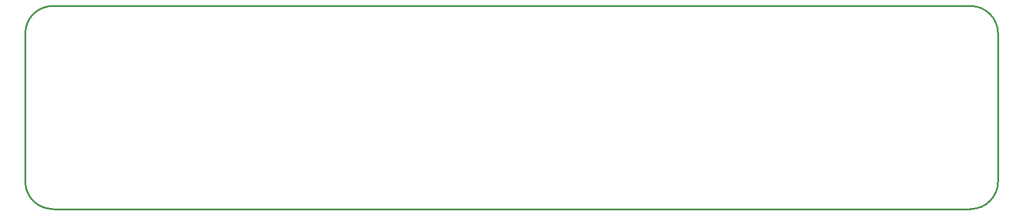
<source format=gko>
G04 Layer: BoardOutlineLayer*
G04 EasyEDA v6.5.34, 2023-08-17 23:02:58*
G04 80a5892e81db4367b3f60eb2337eeb35,8ef1d5b344d144c2b0b16805c6f0e890,10*
G04 Gerber Generator version 0.2*
G04 Scale: 100 percent, Rotated: No, Reflected: No *
G04 Dimensions in millimeters *
G04 leading zeros omitted , absolute positions ,4 integer and 5 decimal *
%FSLAX45Y45*%
%MOMM*%

%ADD10C,0.2540*%
D10*
X399999Y0D02*
G01*
X13730000Y0D01*
X0Y-2549999D02*
G01*
X0Y-399999D01*
X13730000Y-2949999D02*
G01*
X399999Y-2949999D01*
X14129999Y-399999D02*
G01*
X14129999Y-2549999D01*
G75*
G01*
X0Y-399999D02*
G02*
X399999Y0I399999J0D01*
G75*
G01*
X399999Y-2949999D02*
G02*
X0Y-2550000I0J399999D01*
G75*
G01*
X14130000Y-2550000D02*
G02*
X13730000Y-2949999I-400000J0D01*
G75*
G01*
X13730000Y0D02*
G02*
X14130000Y-399999I0J-399999D01*

%LPD*%
M02*

</source>
